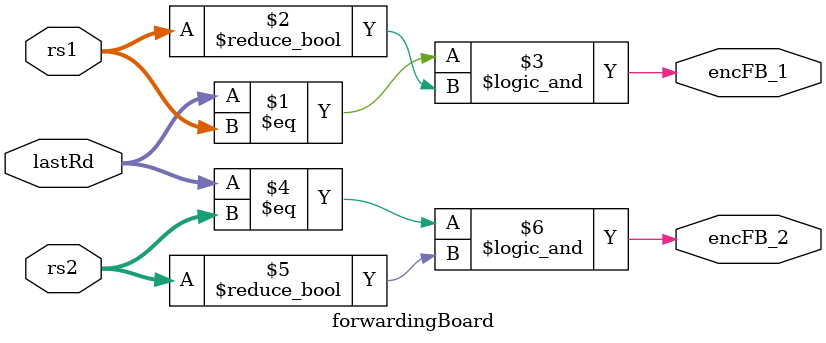
<source format=v>
module forwardingBoard(lastRd,rs1,rs2,encFB_1,encFB_2);
	input [4:0] lastRd,rs1,rs2;
	output encFB_1, encFB_2;
	
	assign encFB_1 = (lastRd == rs1 && rs1 != 0);
	assign encFB_2 = (lastRd == rs2 && rs2 != 0);
endmodule

</source>
